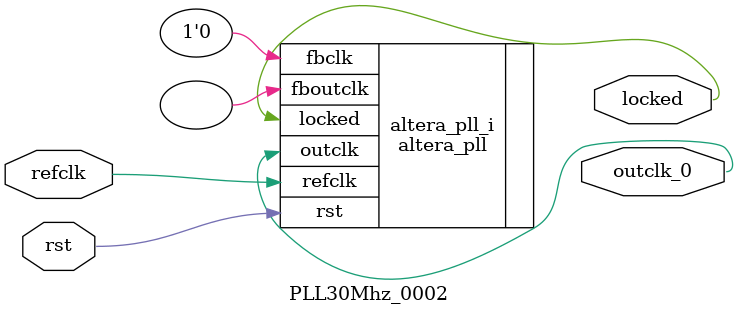
<source format=v>
`timescale 1ns/10ps
module  PLL30Mhz_0002(

	// interface 'refclk'
	input wire refclk,

	// interface 'reset'
	input wire rst,

	// interface 'outclk0'
	output wire outclk_0,

	// interface 'locked'
	output wire locked
);

	altera_pll #(
		.fractional_vco_multiplier("false"),
		.reference_clock_frequency("50.0 MHz"),
		.operation_mode("direct"),
		.number_of_clocks(1),
		.output_clock_frequency0("30.000000 MHz"),
		.phase_shift0("0 ps"),
		.duty_cycle0(50),
		.output_clock_frequency1("0 MHz"),
		.phase_shift1("0 ps"),
		.duty_cycle1(50),
		.output_clock_frequency2("0 MHz"),
		.phase_shift2("0 ps"),
		.duty_cycle2(50),
		.output_clock_frequency3("0 MHz"),
		.phase_shift3("0 ps"),
		.duty_cycle3(50),
		.output_clock_frequency4("0 MHz"),
		.phase_shift4("0 ps"),
		.duty_cycle4(50),
		.output_clock_frequency5("0 MHz"),
		.phase_shift5("0 ps"),
		.duty_cycle5(50),
		.output_clock_frequency6("0 MHz"),
		.phase_shift6("0 ps"),
		.duty_cycle6(50),
		.output_clock_frequency7("0 MHz"),
		.phase_shift7("0 ps"),
		.duty_cycle7(50),
		.output_clock_frequency8("0 MHz"),
		.phase_shift8("0 ps"),
		.duty_cycle8(50),
		.output_clock_frequency9("0 MHz"),
		.phase_shift9("0 ps"),
		.duty_cycle9(50),
		.output_clock_frequency10("0 MHz"),
		.phase_shift10("0 ps"),
		.duty_cycle10(50),
		.output_clock_frequency11("0 MHz"),
		.phase_shift11("0 ps"),
		.duty_cycle11(50),
		.output_clock_frequency12("0 MHz"),
		.phase_shift12("0 ps"),
		.duty_cycle12(50),
		.output_clock_frequency13("0 MHz"),
		.phase_shift13("0 ps"),
		.duty_cycle13(50),
		.output_clock_frequency14("0 MHz"),
		.phase_shift14("0 ps"),
		.duty_cycle14(50),
		.output_clock_frequency15("0 MHz"),
		.phase_shift15("0 ps"),
		.duty_cycle15(50),
		.output_clock_frequency16("0 MHz"),
		.phase_shift16("0 ps"),
		.duty_cycle16(50),
		.output_clock_frequency17("0 MHz"),
		.phase_shift17("0 ps"),
		.duty_cycle17(50),
		.pll_type("General"),
		.pll_subtype("General")
	) altera_pll_i (
		.rst	(rst),
		.outclk	({outclk_0}),
		.locked	(locked),
		.fboutclk	( ),
		.fbclk	(1'b0),
		.refclk	(refclk)
	);
endmodule


</source>
